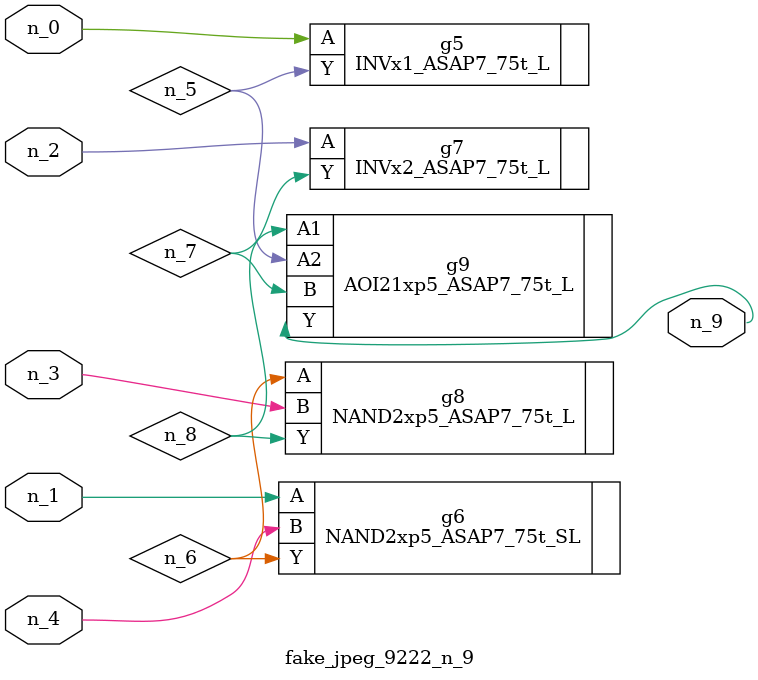
<source format=v>
module fake_jpeg_9222_n_9 (n_3, n_2, n_1, n_0, n_4, n_9);

input n_3;
input n_2;
input n_1;
input n_0;
input n_4;

output n_9;

wire n_8;
wire n_6;
wire n_5;
wire n_7;

INVx1_ASAP7_75t_L g5 ( 
.A(n_0),
.Y(n_5)
);

NAND2xp5_ASAP7_75t_SL g6 ( 
.A(n_1),
.B(n_4),
.Y(n_6)
);

INVx2_ASAP7_75t_L g7 ( 
.A(n_2),
.Y(n_7)
);

NAND2xp5_ASAP7_75t_L g8 ( 
.A(n_6),
.B(n_3),
.Y(n_8)
);

AOI21xp5_ASAP7_75t_L g9 ( 
.A1(n_8),
.A2(n_5),
.B(n_7),
.Y(n_9)
);


endmodule
</source>
